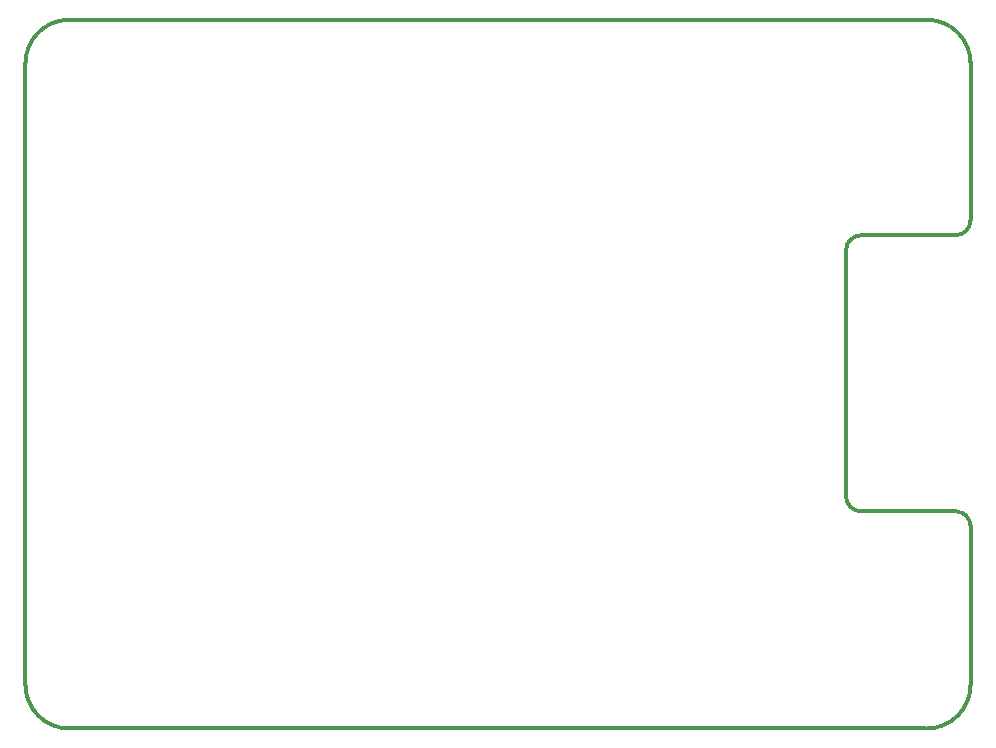
<source format=gbr>
%TF.GenerationSoftware,Altium Limited,Altium Designer,24.9.1 (31)*%
G04 Layer_Color=16711935*
%FSLAX45Y45*%
%MOMM*%
%TF.SameCoordinates,87F55232-172A-40C5-9850-FF0673041AA3*%
%TF.FilePolarity,Positive*%
%TF.FileFunction,Keep-out,Top*%
%TF.Part,Single*%
G01*
G75*
%TA.AperFunction,NonConductor*%
%ADD57C,0.30000*%
D57*
X7874219Y4175760D02*
G03*
X8001219Y4302760I0J127000D01*
G01*
X7073900Y4175760D02*
G03*
X6946900Y4048760I0J-127000D01*
G01*
X8001219Y1711960D02*
G03*
X7874219Y1838960I-127000J0D01*
G01*
X6946900Y1965960D02*
G03*
X7073900Y1838960I127000J0D01*
G01*
X8001000Y5631180D02*
G03*
X7632481Y5999699I-368519J0D01*
G01*
X368300Y5999480D02*
G03*
X-219Y5630961I0J-368519D01*
G01*
Y368519D02*
G03*
X368300Y0I368519J0D01*
G01*
X7619471D02*
G03*
X7620000Y219I0J748D01*
G01*
X7632700Y0D02*
G03*
X8001219Y368519I0J368519D01*
G01*
X7073900Y4175760D02*
X7874219D01*
X8001219Y4302760D02*
Y5646201D01*
Y368519D02*
Y1711960D01*
X7073900Y1838960D02*
X7874219D01*
X6946900Y1965960D02*
Y4048760D01*
X368300Y6000000D02*
X7632700D01*
X-219Y368519D02*
Y5630961D01*
X368300Y0D02*
X7619471D01*
%TF.MD5,75874c92dbc31da42872e4ddbe67e2d8*%
M02*

</source>
